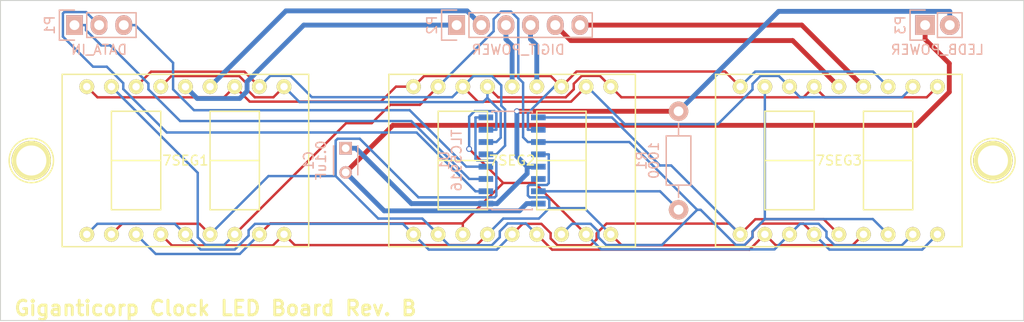
<source format=kicad_pcb>
(kicad_pcb (version 20171130) (host pcbnew "(5.1.12)-1")

  (general
    (thickness 1.6)
    (drawings 5)
    (tracks 316)
    (zones 0)
    (modules 11)
    (nets 22)
  )

  (page A4)
  (layers
    (0 F.Cu signal)
    (31 B.Cu signal)
    (32 B.Adhes user)
    (33 F.Adhes user)
    (34 B.Paste user)
    (35 F.Paste user)
    (36 B.SilkS user)
    (37 F.SilkS user)
    (38 B.Mask user)
    (39 F.Mask user)
    (40 Dwgs.User user)
    (41 Cmts.User user)
    (42 Eco1.User user)
    (43 Eco2.User user)
    (44 Edge.Cuts user)
    (45 Margin user)
    (46 B.CrtYd user)
    (47 F.CrtYd user)
    (48 B.Fab user)
    (49 F.Fab user)
  )

  (setup
    (last_trace_width 0.25)
    (trace_clearance 0.1524)
    (zone_clearance 0.508)
    (zone_45_only no)
    (trace_min 0.1524)
    (via_size 0.6)
    (via_drill 0.4)
    (via_min_size 0.3302)
    (via_min_drill 0.3302)
    (uvia_size 0.3)
    (uvia_drill 0.1)
    (uvias_allowed no)
    (uvia_min_size 0.2)
    (uvia_min_drill 0.1)
    (edge_width 0.1)
    (segment_width 0.2)
    (pcb_text_width 0.3)
    (pcb_text_size 1.5 1.5)
    (mod_edge_width 0.15)
    (mod_text_size 1 1)
    (mod_text_width 0.15)
    (pad_size 4.064 4.064)
    (pad_drill 3.1)
    (pad_to_mask_clearance 0)
    (aux_axis_origin 0 0)
    (visible_elements 7FFFFFFF)
    (pcbplotparams
      (layerselection 0x01030_80000001)
      (usegerberextensions true)
      (usegerberattributes true)
      (usegerberadvancedattributes true)
      (creategerberjobfile true)
      (excludeedgelayer true)
      (linewidth 0.100000)
      (plotframeref false)
      (viasonmask false)
      (mode 1)
      (useauxorigin false)
      (hpglpennumber 1)
      (hpglpenspeed 20)
      (hpglpendiameter 15.000000)
      (psnegative false)
      (psa4output false)
      (plotreference true)
      (plotvalue true)
      (plotinvisibletext false)
      (padsonsilk false)
      (subtractmaskfromsilk false)
      (outputformat 1)
      (mirror false)
      (drillshape 0)
      (scaleselection 1)
      (outputdirectory ""))
  )

  (net 0 "")
  (net 1 SEGE)
  (net 2 SEGD)
  (net 3 SEGC)
  (net 4 SEGDP)
  (net 5 SEGG)
  (net 6 SEGB)
  (net 7 SEGA)
  (net 8 SEGF)
  (net 9 DIG2)
  (net 10 DIG1)
  (net 11 DIG4)
  (net 12 DIG3)
  (net 13 DIG6)
  (net 14 DIG5)
  (net 15 GND)
  (net 16 VDD)
  (net 17 CLK)
  (net 18 SDA)
  (net 19 SDL)
  (net 20 "Net-(R1-Pad2)")
  (net 21 "Net-(U1-Pad14)")

  (net_class Default "This is the default net class."
    (clearance 0.1524)
    (trace_width 0.25)
    (via_dia 0.6)
    (via_drill 0.4)
    (uvia_dia 0.3)
    (uvia_drill 0.1)
    (add_net CLK)
    (add_net "Net-(R1-Pad2)")
    (add_net "Net-(U1-Pad14)")
    (add_net SDA)
    (add_net SDL)
    (add_net SEGA)
    (add_net SEGB)
    (add_net SEGC)
    (add_net SEGD)
    (add_net SEGDP)
    (add_net SEGE)
    (add_net SEGF)
    (add_net SEGG)
  )

  (net_class GND ""
    (clearance 0.1524)
    (trace_width 0.5)
    (via_dia 0.6)
    (via_drill 0.4)
    (uvia_dia 0.3)
    (uvia_drill 0.1)
    (add_net GND)
  )

  (net_class VDD ""
    (clearance 0.1524)
    (trace_width 0.5)
    (via_dia 0.6)
    (via_drill 0.4)
    (uvia_dia 0.3)
    (uvia_drill 0.1)
    (add_net DIG1)
    (add_net DIG2)
    (add_net DIG3)
    (add_net DIG4)
    (add_net DIG5)
    (add_net DIG6)
    (add_net VDD)
  )

  (module Capacitors_ThroughHole:C_Disc_D3_P2.5 (layer B.Cu) (tedit 55DE645D) (tstamp 55C66B3B)
    (at 114.3 106.68 270)
    (descr "Capacitor 3mm Disc, Pitch 2.5mm")
    (tags Capacitor)
    (path /55C67D78)
    (fp_text reference C1 (at 1.27 3.81 270) (layer B.SilkS)
      (effects (font (size 1 1) (thickness 0.15)) (justify mirror))
    )
    (fp_text value 0.1uF (at 1.27 2.54 270) (layer B.SilkS)
      (effects (font (size 1 1) (thickness 0.15)) (justify mirror))
    )
    (fp_line (start 2.75 -1.25) (end -0.25 -1.25) (layer B.SilkS) (width 0.15))
    (fp_line (start -0.25 1.25) (end 2.75 1.25) (layer B.SilkS) (width 0.15))
    (fp_line (start -0.9 -1.5) (end -0.9 1.5) (layer B.CrtYd) (width 0.05))
    (fp_line (start 3.4 -1.5) (end -0.9 -1.5) (layer B.CrtYd) (width 0.05))
    (fp_line (start 3.4 1.5) (end 3.4 -1.5) (layer B.CrtYd) (width 0.05))
    (fp_line (start -0.9 1.5) (end 3.4 1.5) (layer B.CrtYd) (width 0.05))
    (pad 1 thru_hole rect (at 0 0 270) (size 1.3 1.3) (drill 0.8) (layers *.Cu *.Mask B.SilkS)
      (net 15 GND))
    (pad 2 thru_hole circle (at 2.5 0 270) (size 1.3 1.3) (drill 0.8001) (layers *.Cu *.Mask B.SilkS)
      (net 16 VDD))
    (model Capacitors_ThroughHole.3dshapes/C_Disc_D3_P2.5.wrl
      (offset (xyz 1.250000021226883 0 0))
      (scale (xyz 1 1 1))
      (rotate (xyz 0 0 0))
    )
  )

  (module Pin_Headers:Pin_Header_Straight_1x03 (layer B.Cu) (tedit 55C68CA0) (tstamp 55C66B42)
    (at 86.36 93.98 270)
    (descr "Through hole pin header")
    (tags "pin header")
    (path /55C684DF)
    (fp_text reference P1 (at 0 2.54 270) (layer B.SilkS)
      (effects (font (size 1 1) (thickness 0.15)) (justify mirror))
    )
    (fp_text value DATA_IN (at 2.54 -2.54) (layer B.SilkS)
      (effects (font (size 1 1) (thickness 0.15)) (justify mirror))
    )
    (fp_line (start -1.55 1.55) (end 1.55 1.55) (layer B.SilkS) (width 0.15))
    (fp_line (start -1.55 0) (end -1.55 1.55) (layer B.SilkS) (width 0.15))
    (fp_line (start 1.27 -1.27) (end -1.27 -1.27) (layer B.SilkS) (width 0.15))
    (fp_line (start 1.55 1.55) (end 1.55 0) (layer B.SilkS) (width 0.15))
    (fp_line (start 1.27 -6.35) (end 1.27 -1.27) (layer B.SilkS) (width 0.15))
    (fp_line (start -1.27 -6.35) (end 1.27 -6.35) (layer B.SilkS) (width 0.15))
    (fp_line (start -1.27 -1.27) (end -1.27 -6.35) (layer B.SilkS) (width 0.15))
    (fp_line (start -1.75 -6.85) (end 1.75 -6.85) (layer B.CrtYd) (width 0.05))
    (fp_line (start -1.75 1.75) (end 1.75 1.75) (layer B.CrtYd) (width 0.05))
    (fp_line (start 1.75 1.75) (end 1.75 -6.85) (layer B.CrtYd) (width 0.05))
    (fp_line (start -1.75 1.75) (end -1.75 -6.85) (layer B.CrtYd) (width 0.05))
    (pad 1 thru_hole rect (at 0 0 270) (size 2.032 1.7272) (drill 1.016) (layers *.Cu *.Mask B.SilkS)
      (net 17 CLK))
    (pad 2 thru_hole oval (at 0 -2.54 270) (size 2.032 1.7272) (drill 1.016) (layers *.Cu *.Mask B.SilkS)
      (net 18 SDA))
    (pad 3 thru_hole oval (at 0 -5.08 270) (size 2.032 1.7272) (drill 1.016) (layers *.Cu *.Mask B.SilkS)
      (net 19 SDL))
    (model Pin_Headers.3dshapes/Pin_Header_Straight_1x03.wrl
      (offset (xyz 0 -2.539999961853027 0))
      (scale (xyz 1 1 1))
      (rotate (xyz 0 0 90))
    )
  )

  (module Pin_Headers:Pin_Header_Straight_1x06 (layer B.Cu) (tedit 55C68C92) (tstamp 55C66B4C)
    (at 125.73 93.98 270)
    (descr "Through hole pin header")
    (tags "pin header")
    (path /55C6744A)
    (fp_text reference P2 (at 0 2.54 270) (layer B.SilkS)
      (effects (font (size 1 1) (thickness 0.15)) (justify mirror))
    )
    (fp_text value DIGIT_POWER (at 2.54 -6.35) (layer B.SilkS)
      (effects (font (size 1 1) (thickness 0.15)) (justify mirror))
    )
    (fp_line (start -1.55 1.55) (end 1.55 1.55) (layer B.SilkS) (width 0.15))
    (fp_line (start -1.55 0) (end -1.55 1.55) (layer B.SilkS) (width 0.15))
    (fp_line (start 1.27 -1.27) (end -1.27 -1.27) (layer B.SilkS) (width 0.15))
    (fp_line (start 1.55 1.55) (end 1.55 0) (layer B.SilkS) (width 0.15))
    (fp_line (start -1.27 -13.97) (end -1.27 -1.27) (layer B.SilkS) (width 0.15))
    (fp_line (start 1.27 -13.97) (end -1.27 -13.97) (layer B.SilkS) (width 0.15))
    (fp_line (start 1.27 -1.27) (end 1.27 -13.97) (layer B.SilkS) (width 0.15))
    (fp_line (start -1.75 -14.45) (end 1.75 -14.45) (layer B.CrtYd) (width 0.05))
    (fp_line (start -1.75 1.75) (end 1.75 1.75) (layer B.CrtYd) (width 0.05))
    (fp_line (start 1.75 1.75) (end 1.75 -14.45) (layer B.CrtYd) (width 0.05))
    (fp_line (start -1.75 1.75) (end -1.75 -14.45) (layer B.CrtYd) (width 0.05))
    (pad 1 thru_hole rect (at 0 0 270) (size 2.032 1.7272) (drill 1.016) (layers *.Cu *.Mask B.SilkS)
      (net 10 DIG1))
    (pad 2 thru_hole oval (at 0 -2.54 270) (size 2.032 1.7272) (drill 1.016) (layers *.Cu *.Mask B.SilkS)
      (net 9 DIG2))
    (pad 3 thru_hole oval (at 0 -5.08 270) (size 2.032 1.7272) (drill 1.016) (layers *.Cu *.Mask B.SilkS)
      (net 12 DIG3))
    (pad 4 thru_hole oval (at 0 -7.62 270) (size 2.032 1.7272) (drill 1.016) (layers *.Cu *.Mask B.SilkS)
      (net 11 DIG4))
    (pad 5 thru_hole oval (at 0 -10.16 270) (size 2.032 1.7272) (drill 1.016) (layers *.Cu *.Mask B.SilkS)
      (net 14 DIG5))
    (pad 6 thru_hole oval (at 0 -12.7 270) (size 2.032 1.7272) (drill 1.016) (layers *.Cu *.Mask B.SilkS)
      (net 13 DIG6))
    (model Pin_Headers.3dshapes/Pin_Header_Straight_1x06.wrl
      (offset (xyz 0 -6.349999904632568 0))
      (scale (xyz 1 1 1))
      (rotate (xyz 0 0 90))
    )
  )

  (module Pin_Headers:Pin_Header_Straight_1x02 (layer B.Cu) (tedit 55C798D9) (tstamp 55C66B52)
    (at 173.99 93.98 270)
    (descr "Through hole pin header")
    (tags "pin header")
    (path /55C68C10)
    (fp_text reference P3 (at 0 2.54 270) (layer B.SilkS)
      (effects (font (size 1 1) (thickness 0.15)) (justify mirror))
    )
    (fp_text value LEDB_POWER (at 2.54 -1.27) (layer B.SilkS)
      (effects (font (size 1 1) (thickness 0.15)) (justify mirror))
    )
    (fp_line (start -1.27 -3.81) (end 1.27 -3.81) (layer B.SilkS) (width 0.15))
    (fp_line (start -1.27 -1.27) (end -1.27 -3.81) (layer B.SilkS) (width 0.15))
    (fp_line (start -1.55 1.55) (end 1.55 1.55) (layer B.SilkS) (width 0.15))
    (fp_line (start -1.55 0) (end -1.55 1.55) (layer B.SilkS) (width 0.15))
    (fp_line (start 1.27 -1.27) (end -1.27 -1.27) (layer B.SilkS) (width 0.15))
    (fp_line (start -1.75 -4.3) (end 1.75 -4.3) (layer B.CrtYd) (width 0.05))
    (fp_line (start -1.75 1.75) (end 1.75 1.75) (layer B.CrtYd) (width 0.05))
    (fp_line (start 1.75 1.75) (end 1.75 -4.3) (layer B.CrtYd) (width 0.05))
    (fp_line (start -1.75 1.75) (end -1.75 -4.3) (layer B.CrtYd) (width 0.05))
    (fp_line (start 1.55 1.55) (end 1.55 0) (layer B.SilkS) (width 0.15))
    (fp_line (start 1.27 -1.27) (end 1.27 -3.81) (layer B.SilkS) (width 0.15))
    (pad 1 thru_hole rect (at 0 0 270) (size 2.032 2.032) (drill 1.016) (layers *.Cu *.Mask B.SilkS)
      (net 16 VDD))
    (pad 2 thru_hole oval (at 0 -2.54 270) (size 2.032 2.032) (drill 1.016) (layers *.Cu *.Mask B.SilkS)
      (net 15 GND))
    (model Pin_Headers.3dshapes/Pin_Header_Straight_1x02.wrl
      (offset (xyz 0 -1.269999980926514 0))
      (scale (xyz 1 1 1))
      (rotate (xyz 0 0 90))
    )
  )

  (module Connect:1pin (layer F.Cu) (tedit 55DE6AB5) (tstamp 55C797BB)
    (at 180.975 107.95)
    (descr "module 1 pin (ou trou mecanique de percage)")
    (tags DEV)
    (fp_text reference REF2 (at 0 -3.048) (layer F.SilkS) hide
      (effects (font (size 1 1) (thickness 0.15)))
    )
    (fp_text value 1pin (at 0 2.794) (layer F.Fab) hide
      (effects (font (size 1 1) (thickness 0.15)))
    )
    (fp_circle (center 0 0) (end 0 -2.286) (layer F.SilkS) (width 0.15))
    (pad 1 thru_hole circle (at 0 0) (size 4.064 4.064) (drill 3.1) (layers *.Cu *.Mask F.SilkS))
  )

  (module Connect:1pin (layer F.Cu) (tedit 55DE6AA1) (tstamp 55C797C2)
    (at 81.915 107.95)
    (descr "module 1 pin (ou trou mecanique de percage)")
    (tags DEV)
    (fp_text reference REF1 (at 0 -3.048) (layer F.SilkS) hide
      (effects (font (size 1 1) (thickness 0.15)))
    )
    (fp_text value 1pin (at 0 2.794) (layer F.Fab) hide
      (effects (font (size 1 1) (thickness 0.15)))
    )
    (fp_circle (center 0 0) (end 0 -2.286) (layer F.SilkS) (width 0.15))
    (pad 1 thru_hole circle (at 0 0) (size 4.064 4.064) (drill 3.1) (layers *.Cu *.Mask F.SilkS))
  )

  (module Resistors_ThroughHole:Resistor_Horizontal_RM10mm (layer B.Cu) (tedit 55DE6998) (tstamp 55DE6692)
    (at 148.59 107.95 270)
    (descr "Resistor, Axial,  RM 10mm, 1/3W,")
    (tags "Resistor, Axial, RM 10mm, 1/3W,")
    (path /55C68103)
    (fp_text reference R1 (at 0 3.81 270) (layer B.SilkS)
      (effects (font (size 1 1) (thickness 0.15)) (justify mirror))
    )
    (fp_text value 1000 (at 0 2.54 270) (layer B.SilkS)
      (effects (font (size 1 1) (thickness 0.15)) (justify mirror))
    )
    (fp_line (start 2.54 0) (end 3.81 0) (layer B.SilkS) (width 0.15))
    (fp_line (start -2.54 0) (end -3.81 0) (layer B.SilkS) (width 0.15))
    (fp_line (start -2.54 -1.27) (end -2.54 1.27) (layer B.SilkS) (width 0.15))
    (fp_line (start 2.54 -1.27) (end -2.54 -1.27) (layer B.SilkS) (width 0.15))
    (fp_line (start 2.54 1.27) (end 2.54 -1.27) (layer B.SilkS) (width 0.15))
    (fp_line (start -2.54 1.27) (end 2.54 1.27) (layer B.SilkS) (width 0.15))
    (pad 1 thru_hole circle (at -5.08 0 270) (size 1.99898 1.99898) (drill 1.00076) (layers *.Cu *.SilkS *.Mask)
      (net 15 GND))
    (pad 2 thru_hole circle (at 5.08 0 270) (size 1.99898 1.99898) (drill 1.00076) (layers *.Cu *.SilkS *.Mask)
      (net 20 "Net-(R1-Pad2)"))
    (model Resistors_ThroughHole.3dshapes/Resistor_Horizontal_RM10mm.wrl
      (at (xyz 0 0 0))
      (scale (xyz 0.4 0.4 0.4))
      (rotate (xyz 0 0 0))
    )
  )

  (module Displays_7-Segment:LTD-5621AG (layer F.Cu) (tedit 55DE69D1) (tstamp 55DE68B0)
    (at 97.79 107.95)
    (path /55C66107)
    (fp_text reference 7SEG1 (at 0 0) (layer F.SilkS)
      (effects (font (size 1 1) (thickness 0.15)))
    )
    (fp_text value LTD-5621AG (at 0 -2.54) (layer F.Fab) hide
      (effects (font (size 1 1) (thickness 0.15)))
    )
    (fp_line (start -2.54 -5.08) (end -7.62 -5.08) (layer F.SilkS) (width 0.15))
    (fp_line (start -2.54 5.08) (end -2.54 -5.08) (layer F.SilkS) (width 0.15))
    (fp_line (start -7.62 5.08) (end -2.54 5.08) (layer F.SilkS) (width 0.15))
    (fp_line (start -7.62 -5.08) (end -7.62 5.08) (layer F.SilkS) (width 0.15))
    (fp_line (start 7.62 -5.08) (end 2.54 -5.08) (layer F.SilkS) (width 0.15))
    (fp_line (start 7.62 5.08) (end 7.62 -5.08) (layer F.SilkS) (width 0.15))
    (fp_line (start 2.54 5.08) (end 7.62 5.08) (layer F.SilkS) (width 0.15))
    (fp_line (start 2.54 -5.08) (end 2.54 5.08) (layer F.SilkS) (width 0.15))
    (fp_line (start 12.7 -8.89) (end -12.7 -8.89) (layer F.SilkS) (width 0.15))
    (fp_line (start -12.7 8.89) (end 12.7 8.89) (layer F.SilkS) (width 0.15))
    (fp_line (start 2.54 0) (end 7.62 0) (layer F.SilkS) (width 0.15))
    (fp_line (start -2.54 0) (end -7.62 0) (layer F.SilkS) (width 0.15))
    (fp_line (start 12.7 -8.89) (end 12.7 8.89) (layer F.SilkS) (width 0.15))
    (fp_line (start -12.7 -8.89) (end -12.7 8.89) (layer F.SilkS) (width 0.15))
    (pad 1 thru_hole circle (at -10.16 7.62) (size 1.524 1.524) (drill 0.762) (layers *.Cu *.Mask F.SilkS)
      (net 1 SEGE))
    (pad 2 thru_hole circle (at -7.62 7.62) (size 1.524 1.524) (drill 0.762) (layers *.Cu *.Mask F.SilkS)
      (net 2 SEGD))
    (pad 3 thru_hole circle (at -5.08 7.62) (size 1.524 1.524) (drill 0.762) (layers *.Cu *.Mask F.SilkS)
      (net 3 SEGC))
    (pad 4 thru_hole circle (at -2.54 7.62) (size 1.524 1.524) (drill 0.762) (layers *.Cu *.Mask F.SilkS)
      (net 4 SEGDP))
    (pad 5 thru_hole circle (at 0 7.62) (size 1.524 1.524) (drill 0.762) (layers *.Cu *.Mask F.SilkS)
      (net 1 SEGE))
    (pad 6 thru_hole circle (at 2.54 7.62) (size 1.524 1.524) (drill 0.762) (layers *.Cu *.Mask F.SilkS)
      (net 2 SEGD))
    (pad 7 thru_hole circle (at 5.08 7.62) (size 1.524 1.524) (drill 0.762) (layers *.Cu *.Mask F.SilkS)
      (net 5 SEGG))
    (pad 8 thru_hole circle (at 7.62 7.62) (size 1.524 1.524) (drill 0.762) (layers *.Cu *.Mask F.SilkS)
      (net 3 SEGC))
    (pad 9 thru_hole circle (at 10.16 7.62) (size 1.524 1.524) (drill 0.762) (layers *.Cu *.Mask F.SilkS)
      (net 4 SEGDP))
    (pad 10 thru_hole circle (at 10.16 -7.62) (size 1.524 1.524) (drill 0.762) (layers *.Cu *.Mask F.SilkS)
      (net 6 SEGB))
    (pad 11 thru_hole circle (at 7.62 -7.62) (size 1.524 1.524) (drill 0.762) (layers *.Cu *.Mask F.SilkS)
      (net 7 SEGA))
    (pad 12 thru_hole circle (at 5.08 -7.62) (size 1.524 1.524) (drill 0.762) (layers *.Cu *.Mask F.SilkS)
      (net 8 SEGF))
    (pad 13 thru_hole circle (at 2.54 -7.62) (size 1.524 1.524) (drill 0.762) (layers *.Cu *.Mask F.SilkS)
      (net 9 DIG2))
    (pad 14 thru_hole circle (at 0 -7.62) (size 1.524 1.524) (drill 0.762) (layers *.Cu *.Mask F.SilkS)
      (net 10 DIG1))
    (pad 15 thru_hole circle (at -2.54 -7.62) (size 1.524 1.524) (drill 0.762) (layers *.Cu *.Mask F.SilkS)
      (net 6 SEGB))
    (pad 16 thru_hole circle (at -5.08 -7.62) (size 1.524 1.524) (drill 0.762) (layers *.Cu *.Mask F.SilkS)
      (net 7 SEGA))
    (pad 17 thru_hole circle (at -7.62 -7.62) (size 1.524 1.524) (drill 0.762) (layers *.Cu *.Mask F.SilkS)
      (net 5 SEGG))
    (pad 18 thru_hole circle (at -10.16 -7.62) (size 1.524 1.524) (drill 0.762) (layers *.Cu *.Mask F.SilkS)
      (net 8 SEGF))
  )

  (module Displays_7-Segment:LTD-5621AG (layer F.Cu) (tedit 55DE69D5) (tstamp 55DE68C8)
    (at 131.445 107.95)
    (path /55C672C9)
    (fp_text reference 7SEG2 (at 0 0) (layer F.SilkS)
      (effects (font (size 1 1) (thickness 0.15)))
    )
    (fp_text value LTD-5621AG (at 0 -2.54) (layer F.Fab) hide
      (effects (font (size 1 1) (thickness 0.15)))
    )
    (fp_line (start -2.54 -5.08) (end -7.62 -5.08) (layer F.SilkS) (width 0.15))
    (fp_line (start -2.54 5.08) (end -2.54 -5.08) (layer F.SilkS) (width 0.15))
    (fp_line (start -7.62 5.08) (end -2.54 5.08) (layer F.SilkS) (width 0.15))
    (fp_line (start -7.62 -5.08) (end -7.62 5.08) (layer F.SilkS) (width 0.15))
    (fp_line (start 7.62 -5.08) (end 2.54 -5.08) (layer F.SilkS) (width 0.15))
    (fp_line (start 7.62 5.08) (end 7.62 -5.08) (layer F.SilkS) (width 0.15))
    (fp_line (start 2.54 5.08) (end 7.62 5.08) (layer F.SilkS) (width 0.15))
    (fp_line (start 2.54 -5.08) (end 2.54 5.08) (layer F.SilkS) (width 0.15))
    (fp_line (start 12.7 -8.89) (end -12.7 -8.89) (layer F.SilkS) (width 0.15))
    (fp_line (start -12.7 8.89) (end 12.7 8.89) (layer F.SilkS) (width 0.15))
    (fp_line (start 2.54 0) (end 7.62 0) (layer F.SilkS) (width 0.15))
    (fp_line (start -2.54 0) (end -7.62 0) (layer F.SilkS) (width 0.15))
    (fp_line (start 12.7 -8.89) (end 12.7 8.89) (layer F.SilkS) (width 0.15))
    (fp_line (start -12.7 -8.89) (end -12.7 8.89) (layer F.SilkS) (width 0.15))
    (pad 1 thru_hole circle (at -10.16 7.62) (size 1.524 1.524) (drill 0.762) (layers *.Cu *.Mask F.SilkS)
      (net 1 SEGE))
    (pad 2 thru_hole circle (at -7.62 7.62) (size 1.524 1.524) (drill 0.762) (layers *.Cu *.Mask F.SilkS)
      (net 2 SEGD))
    (pad 3 thru_hole circle (at -5.08 7.62) (size 1.524 1.524) (drill 0.762) (layers *.Cu *.Mask F.SilkS)
      (net 3 SEGC))
    (pad 4 thru_hole circle (at -2.54 7.62) (size 1.524 1.524) (drill 0.762) (layers *.Cu *.Mask F.SilkS)
      (net 4 SEGDP))
    (pad 5 thru_hole circle (at 0 7.62) (size 1.524 1.524) (drill 0.762) (layers *.Cu *.Mask F.SilkS)
      (net 1 SEGE))
    (pad 6 thru_hole circle (at 2.54 7.62) (size 1.524 1.524) (drill 0.762) (layers *.Cu *.Mask F.SilkS)
      (net 2 SEGD))
    (pad 7 thru_hole circle (at 5.08 7.62) (size 1.524 1.524) (drill 0.762) (layers *.Cu *.Mask F.SilkS)
      (net 5 SEGG))
    (pad 8 thru_hole circle (at 7.62 7.62) (size 1.524 1.524) (drill 0.762) (layers *.Cu *.Mask F.SilkS)
      (net 3 SEGC))
    (pad 9 thru_hole circle (at 10.16 7.62) (size 1.524 1.524) (drill 0.762) (layers *.Cu *.Mask F.SilkS)
      (net 4 SEGDP))
    (pad 10 thru_hole circle (at 10.16 -7.62) (size 1.524 1.524) (drill 0.762) (layers *.Cu *.Mask F.SilkS)
      (net 6 SEGB))
    (pad 11 thru_hole circle (at 7.62 -7.62) (size 1.524 1.524) (drill 0.762) (layers *.Cu *.Mask F.SilkS)
      (net 7 SEGA))
    (pad 12 thru_hole circle (at 5.08 -7.62) (size 1.524 1.524) (drill 0.762) (layers *.Cu *.Mask F.SilkS)
      (net 8 SEGF))
    (pad 13 thru_hole circle (at 2.54 -7.62) (size 1.524 1.524) (drill 0.762) (layers *.Cu *.Mask F.SilkS)
      (net 11 DIG4))
    (pad 14 thru_hole circle (at 0 -7.62) (size 1.524 1.524) (drill 0.762) (layers *.Cu *.Mask F.SilkS)
      (net 12 DIG3))
    (pad 15 thru_hole circle (at -2.54 -7.62) (size 1.524 1.524) (drill 0.762) (layers *.Cu *.Mask F.SilkS)
      (net 6 SEGB))
    (pad 16 thru_hole circle (at -5.08 -7.62) (size 1.524 1.524) (drill 0.762) (layers *.Cu *.Mask F.SilkS)
      (net 7 SEGA))
    (pad 17 thru_hole circle (at -7.62 -7.62) (size 1.524 1.524) (drill 0.762) (layers *.Cu *.Mask F.SilkS)
      (net 5 SEGG))
    (pad 18 thru_hole circle (at -10.16 -7.62) (size 1.524 1.524) (drill 0.762) (layers *.Cu *.Mask F.SilkS)
      (net 8 SEGF))
  )

  (module Displays_7-Segment:LTD-5621AG (layer F.Cu) (tedit 55DE69DD) (tstamp 55DE68E0)
    (at 165.1 107.95)
    (path /55C67315)
    (fp_text reference 7SEG3 (at 0 0) (layer F.SilkS)
      (effects (font (size 1 1) (thickness 0.15)))
    )
    (fp_text value LTD-5621AG (at 0 -2.54) (layer F.Fab) hide
      (effects (font (size 1 1) (thickness 0.15)))
    )
    (fp_line (start -2.54 -5.08) (end -7.62 -5.08) (layer F.SilkS) (width 0.15))
    (fp_line (start -2.54 5.08) (end -2.54 -5.08) (layer F.SilkS) (width 0.15))
    (fp_line (start -7.62 5.08) (end -2.54 5.08) (layer F.SilkS) (width 0.15))
    (fp_line (start -7.62 -5.08) (end -7.62 5.08) (layer F.SilkS) (width 0.15))
    (fp_line (start 7.62 -5.08) (end 2.54 -5.08) (layer F.SilkS) (width 0.15))
    (fp_line (start 7.62 5.08) (end 7.62 -5.08) (layer F.SilkS) (width 0.15))
    (fp_line (start 2.54 5.08) (end 7.62 5.08) (layer F.SilkS) (width 0.15))
    (fp_line (start 2.54 -5.08) (end 2.54 5.08) (layer F.SilkS) (width 0.15))
    (fp_line (start 12.7 -8.89) (end -12.7 -8.89) (layer F.SilkS) (width 0.15))
    (fp_line (start -12.7 8.89) (end 12.7 8.89) (layer F.SilkS) (width 0.15))
    (fp_line (start 2.54 0) (end 7.62 0) (layer F.SilkS) (width 0.15))
    (fp_line (start -2.54 0) (end -7.62 0) (layer F.SilkS) (width 0.15))
    (fp_line (start 12.7 -8.89) (end 12.7 8.89) (layer F.SilkS) (width 0.15))
    (fp_line (start -12.7 -8.89) (end -12.7 8.89) (layer F.SilkS) (width 0.15))
    (pad 1 thru_hole circle (at -10.16 7.62) (size 1.524 1.524) (drill 0.762) (layers *.Cu *.Mask F.SilkS)
      (net 1 SEGE))
    (pad 2 thru_hole circle (at -7.62 7.62) (size 1.524 1.524) (drill 0.762) (layers *.Cu *.Mask F.SilkS)
      (net 2 SEGD))
    (pad 3 thru_hole circle (at -5.08 7.62) (size 1.524 1.524) (drill 0.762) (layers *.Cu *.Mask F.SilkS)
      (net 3 SEGC))
    (pad 4 thru_hole circle (at -2.54 7.62) (size 1.524 1.524) (drill 0.762) (layers *.Cu *.Mask F.SilkS)
      (net 4 SEGDP))
    (pad 5 thru_hole circle (at 0 7.62) (size 1.524 1.524) (drill 0.762) (layers *.Cu *.Mask F.SilkS)
      (net 1 SEGE))
    (pad 6 thru_hole circle (at 2.54 7.62) (size 1.524 1.524) (drill 0.762) (layers *.Cu *.Mask F.SilkS)
      (net 2 SEGD))
    (pad 7 thru_hole circle (at 5.08 7.62) (size 1.524 1.524) (drill 0.762) (layers *.Cu *.Mask F.SilkS)
      (net 5 SEGG))
    (pad 8 thru_hole circle (at 7.62 7.62) (size 1.524 1.524) (drill 0.762) (layers *.Cu *.Mask F.SilkS)
      (net 3 SEGC))
    (pad 9 thru_hole circle (at 10.16 7.62) (size 1.524 1.524) (drill 0.762) (layers *.Cu *.Mask F.SilkS)
      (net 4 SEGDP))
    (pad 10 thru_hole circle (at 10.16 -7.62) (size 1.524 1.524) (drill 0.762) (layers *.Cu *.Mask F.SilkS)
      (net 6 SEGB))
    (pad 11 thru_hole circle (at 7.62 -7.62) (size 1.524 1.524) (drill 0.762) (layers *.Cu *.Mask F.SilkS)
      (net 7 SEGA))
    (pad 12 thru_hole circle (at 5.08 -7.62) (size 1.524 1.524) (drill 0.762) (layers *.Cu *.Mask F.SilkS)
      (net 8 SEGF))
    (pad 13 thru_hole circle (at 2.54 -7.62) (size 1.524 1.524) (drill 0.762) (layers *.Cu *.Mask F.SilkS)
      (net 13 DIG6))
    (pad 14 thru_hole circle (at 0 -7.62) (size 1.524 1.524) (drill 0.762) (layers *.Cu *.Mask F.SilkS)
      (net 14 DIG5))
    (pad 15 thru_hole circle (at -2.54 -7.62) (size 1.524 1.524) (drill 0.762) (layers *.Cu *.Mask F.SilkS)
      (net 6 SEGB))
    (pad 16 thru_hole circle (at -5.08 -7.62) (size 1.524 1.524) (drill 0.762) (layers *.Cu *.Mask F.SilkS)
      (net 7 SEGA))
    (pad 17 thru_hole circle (at -7.62 -7.62) (size 1.524 1.524) (drill 0.762) (layers *.Cu *.Mask F.SilkS)
      (net 5 SEGG))
    (pad 18 thru_hole circle (at -10.16 -7.62) (size 1.524 1.524) (drill 0.762) (layers *.Cu *.Mask F.SilkS)
      (net 8 SEGF))
  )

  (module Housings_SOIC:SOIC-16_3.9x9.9mm_Pitch1.27mm (layer B.Cu) (tedit 55DEF8E7) (tstamp 55DEF8EE)
    (at 131.445 107.95)
    (descr "16-Lead Plastic Small Outline (SL) - Narrow, 3.90 mm Body [SOIC] (see Microchip Packaging Specification 00000049BS.pdf)")
    (tags "SOIC 1.27")
    (path /55C65C8C)
    (attr smd)
    (fp_text reference U1 (at -6.985 0 90) (layer B.SilkS)
      (effects (font (size 1 1) (thickness 0.15)) (justify mirror))
    )
    (fp_text value TLC5916 (at -5.715 0 90) (layer B.SilkS)
      (effects (font (size 1 1) (thickness 0.15)) (justify mirror))
    )
    (fp_line (start -2.075 4.97) (end -3.45 4.97) (layer B.SilkS) (width 0.15))
    (fp_line (start -2.075 -5.075) (end 2.075 -5.075) (layer B.SilkS) (width 0.15))
    (fp_line (start -2.075 5.075) (end 2.075 5.075) (layer B.SilkS) (width 0.15))
    (fp_line (start -2.075 -5.075) (end -2.075 -4.97) (layer B.SilkS) (width 0.15))
    (fp_line (start 2.075 -5.075) (end 2.075 -4.97) (layer B.SilkS) (width 0.15))
    (fp_line (start 2.075 5.075) (end 2.075 4.97) (layer B.SilkS) (width 0.15))
    (fp_line (start -2.075 5.075) (end -2.075 4.97) (layer B.SilkS) (width 0.15))
    (fp_line (start -3.7 -5.25) (end 3.7 -5.25) (layer B.CrtYd) (width 0.05))
    (fp_line (start -3.7 5.25) (end 3.7 5.25) (layer B.CrtYd) (width 0.05))
    (fp_line (start 3.7 5.25) (end 3.7 -5.25) (layer B.CrtYd) (width 0.05))
    (fp_line (start -3.7 5.25) (end -3.7 -5.25) (layer B.CrtYd) (width 0.05))
    (pad 1 smd rect (at -2.7 4.445) (size 1.5 0.6) (layers B.Cu B.Paste B.Mask)
      (net 15 GND))
    (pad 2 smd rect (at -2.7 3.175) (size 1.5 0.6) (layers B.Cu B.Paste B.Mask)
      (net 18 SDA))
    (pad 3 smd rect (at -2.7 1.905) (size 1.5 0.6) (layers B.Cu B.Paste B.Mask)
      (net 17 CLK))
    (pad 4 smd rect (at -2.7 0.635) (size 1.5 0.6) (layers B.Cu B.Paste B.Mask)
      (net 19 SDL))
    (pad 5 smd rect (at -2.7 -0.635) (size 1.5 0.6) (layers B.Cu B.Paste B.Mask)
      (net 7 SEGA))
    (pad 6 smd rect (at -2.7 -1.905) (size 1.5 0.6) (layers B.Cu B.Paste B.Mask)
      (net 6 SEGB))
    (pad 7 smd rect (at -2.7 -3.175) (size 1.5 0.6) (layers B.Cu B.Paste B.Mask)
      (net 3 SEGC))
    (pad 8 smd rect (at -2.7 -4.445) (size 1.5 0.6) (layers B.Cu B.Paste B.Mask)
      (net 2 SEGD))
    (pad 9 smd rect (at 2.7 -4.445) (size 1.5 0.6) (layers B.Cu B.Paste B.Mask)
      (net 1 SEGE))
    (pad 10 smd rect (at 2.7 -3.175) (size 1.5 0.6) (layers B.Cu B.Paste B.Mask)
      (net 8 SEGF))
    (pad 11 smd rect (at 2.7 -1.905) (size 1.5 0.6) (layers B.Cu B.Paste B.Mask)
      (net 5 SEGG))
    (pad 12 smd rect (at 2.7 -0.635) (size 1.5 0.6) (layers B.Cu B.Paste B.Mask)
      (net 4 SEGDP))
    (pad 13 smd rect (at 2.7 0.635) (size 1.5 0.6) (layers B.Cu B.Paste B.Mask)
      (net 15 GND))
    (pad 14 smd rect (at 2.7 1.905) (size 1.5 0.6) (layers B.Cu B.Paste B.Mask)
      (net 21 "Net-(U1-Pad14)"))
    (pad 15 smd rect (at 2.7 3.175) (size 1.5 0.6) (layers B.Cu B.Paste B.Mask)
      (net 20 "Net-(R1-Pad2)"))
    (pad 16 smd rect (at 2.7 4.445) (size 1.5 0.6) (layers B.Cu B.Paste B.Mask)
      (net 16 VDD))
    (model Housings_SOIC.3dshapes/SOIC-16_3.9x9.9mm_Pitch1.27mm.wrl
      (at (xyz 0 0 0))
      (scale (xyz 1 1 1))
      (rotate (xyz 0 0 0))
    )
  )

  (gr_text "Giganticorp Clock LED Board Rev. B" (at 80.01 123.19) (layer F.SilkS)
    (effects (font (size 1.5 1.5) (thickness 0.3)) (justify left))
  )
  (gr_line (start 184.15 124.46) (end 78.74 124.46) (angle 90) (layer Edge.Cuts) (width 0.1))
  (gr_line (start 184.15 91.44) (end 184.15 124.46) (angle 90) (layer Edge.Cuts) (width 0.1))
  (gr_line (start 78.74 91.44) (end 184.15 91.44) (angle 90) (layer Edge.Cuts) (width 0.1))
  (gr_line (start 78.74 124.46) (end 78.74 91.44) (angle 90) (layer Edge.Cuts) (width 0.1))

  (segment (start 121.285 115.57) (end 120.198 114.483) (width 0.25) (layer B.Cu) (net 1))
  (segment (start 120.198 114.483) (end 104.96 114.483) (width 0.25) (layer B.Cu) (net 1))
  (segment (start 104.96 114.483) (end 104.299 115.143) (width 0.25) (layer B.Cu) (net 1))
  (segment (start 104.299 115.143) (end 104.299 115.706) (width 0.25) (layer B.Cu) (net 1))
  (segment (start 104.299 115.706) (end 102.872 117.134) (width 0.25) (layer B.Cu) (net 1))
  (segment (start 102.872 117.134) (end 99.3535 117.134) (width 0.25) (layer B.Cu) (net 1))
  (segment (start 99.3535 117.134) (end 97.79 115.57) (width 0.25) (layer B.Cu) (net 1))
  (segment (start 134.145 103.505) (end 141.722 103.505) (width 0.25) (layer B.Cu) (net 1))
  (segment (start 141.722 103.505) (end 146.677 108.46) (width 0.25) (layer B.Cu) (net 1))
  (segment (start 146.677 108.46) (end 147.83 108.46) (width 0.25) (layer B.Cu) (net 1))
  (segment (start 147.83 108.46) (end 154.94 115.57) (width 0.25) (layer B.Cu) (net 1))
  (segment (start 121.285 115.57) (end 122.858 117.143) (width 0.25) (layer B.Cu) (net 1))
  (segment (start 122.858 117.143) (end 129.872 117.143) (width 0.25) (layer B.Cu) (net 1))
  (segment (start 129.872 117.143) (end 131.445 115.57) (width 0.25) (layer B.Cu) (net 1))
  (segment (start 87.63 115.57) (end 88.723 114.477) (width 0.25) (layer B.Cu) (net 1))
  (segment (start 88.723 114.477) (end 96.697 114.477) (width 0.25) (layer B.Cu) (net 1))
  (segment (start 96.697 114.477) (end 97.79 115.57) (width 0.25) (layer B.Cu) (net 1))
  (segment (start 154.94 115.57) (end 153.831 114.461) (width 0.25) (layer F.Cu) (net 1))
  (segment (start 153.831 114.461) (end 141.166 114.461) (width 0.25) (layer F.Cu) (net 1))
  (segment (start 141.166 114.461) (end 140.152 115.475) (width 0.25) (layer F.Cu) (net 1))
  (segment (start 140.152 115.475) (end 140.152 116.083) (width 0.25) (layer F.Cu) (net 1))
  (segment (start 140.152 116.083) (end 139.54 116.696) (width 0.25) (layer F.Cu) (net 1))
  (segment (start 139.54 116.696) (end 136.113 116.696) (width 0.25) (layer F.Cu) (net 1))
  (segment (start 136.113 116.696) (end 135.414 115.997) (width 0.25) (layer F.Cu) (net 1))
  (segment (start 135.414 115.997) (end 135.414 115.44) (width 0.25) (layer F.Cu) (net 1))
  (segment (start 135.414 115.44) (end 134.457 114.483) (width 0.25) (layer F.Cu) (net 1))
  (segment (start 134.457 114.483) (end 132.532 114.483) (width 0.25) (layer F.Cu) (net 1))
  (segment (start 132.532 114.483) (end 131.445 115.57) (width 0.25) (layer F.Cu) (net 1))
  (segment (start 165.1 115.57) (end 163.541 114.011) (width 0.25) (layer F.Cu) (net 1))
  (segment (start 163.541 114.011) (end 156.499 114.011) (width 0.25) (layer F.Cu) (net 1))
  (segment (start 156.499 114.011) (end 154.94 115.57) (width 0.25) (layer F.Cu) (net 1))
  (segment (start 133.985 115.57) (end 135.562 117.148) (width 0.25) (layer F.Cu) (net 2))
  (segment (start 135.562 117.148) (end 155.902 117.148) (width 0.25) (layer F.Cu) (net 2))
  (segment (start 155.902 117.148) (end 157.48 115.57) (width 0.25) (layer F.Cu) (net 2))
  (segment (start 167.64 115.57) (end 166.52 116.69) (width 0.25) (layer F.Cu) (net 2))
  (segment (start 166.52 116.69) (end 158.6 116.69) (width 0.25) (layer F.Cu) (net 2))
  (segment (start 158.6 116.69) (end 157.48 115.57) (width 0.25) (layer F.Cu) (net 2))
  (segment (start 123.825 115.57) (end 124.948 116.693) (width 0.25) (layer B.Cu) (net 2))
  (segment (start 124.948 116.693) (end 129.352 116.693) (width 0.25) (layer B.Cu) (net 2))
  (segment (start 129.352 116.693) (end 130.175 115.87) (width 0.25) (layer B.Cu) (net 2))
  (segment (start 130.175 115.87) (end 130.175 115.259) (width 0.25) (layer B.Cu) (net 2))
  (segment (start 130.175 115.259) (end 130.987 114.447) (width 0.25) (layer B.Cu) (net 2))
  (segment (start 130.987 114.447) (end 132.862 114.447) (width 0.25) (layer B.Cu) (net 2))
  (segment (start 132.862 114.447) (end 133.985 115.57) (width 0.25) (layer B.Cu) (net 2))
  (segment (start 113.269 109.558) (end 117.654 113.942) (width 0.25) (layer B.Cu) (net 2))
  (segment (start 117.654 113.942) (end 122.197 113.942) (width 0.25) (layer B.Cu) (net 2))
  (segment (start 122.197 113.942) (end 123.825 115.57) (width 0.25) (layer B.Cu) (net 2))
  (segment (start 100.33 115.57) (end 99.2369 114.477) (width 0.25) (layer F.Cu) (net 2))
  (segment (start 99.2369 114.477) (end 91.2631 114.477) (width 0.25) (layer F.Cu) (net 2))
  (segment (start 91.2631 114.477) (end 90.17 115.57) (width 0.25) (layer F.Cu) (net 2))
  (segment (start 113.269 109.558) (end 113.269 105.898) (width 0.25) (layer B.Cu) (net 2))
  (segment (start 113.269 105.898) (end 113.462 105.705) (width 0.25) (layer B.Cu) (net 2))
  (segment (start 113.462 105.705) (end 115.748 105.705) (width 0.25) (layer B.Cu) (net 2))
  (segment (start 115.748 105.705) (end 121.794 111.75) (width 0.25) (layer B.Cu) (net 2))
  (segment (start 121.794 111.75) (end 129.66 111.75) (width 0.25) (layer B.Cu) (net 2))
  (segment (start 129.66 111.75) (end 129.82 111.59) (width 0.25) (layer B.Cu) (net 2))
  (segment (start 129.82 111.59) (end 129.82 108.15) (width 0.25) (layer B.Cu) (net 2))
  (segment (start 129.82 108.15) (end 129.63 107.96) (width 0.25) (layer B.Cu) (net 2))
  (segment (start 129.63 107.96) (end 127.834 107.96) (width 0.25) (layer B.Cu) (net 2))
  (segment (start 127.834 107.96) (end 127.67 107.795) (width 0.25) (layer B.Cu) (net 2))
  (segment (start 127.67 107.795) (end 127.67 103.505) (width 0.25) (layer B.Cu) (net 2))
  (segment (start 127.67 103.505) (end 128.745 103.505) (width 0.25) (layer B.Cu) (net 2))
  (segment (start 113.269 109.558) (end 106.342 109.558) (width 0.25) (layer B.Cu) (net 2))
  (segment (start 106.342 109.558) (end 100.33 115.57) (width 0.25) (layer B.Cu) (net 2))
  (segment (start 126.365 114.44) (end 126.365 115.57) (width 0.25) (layer F.Cu) (net 3))
  (segment (start 130.527 110.267) (end 126.365 114.428) (width 0.25) (layer F.Cu) (net 3))
  (segment (start 126.365 114.428) (end 126.365 114.44) (width 0.25) (layer F.Cu) (net 3))
  (segment (start 126.365 114.44) (end 106.54 114.44) (width 0.25) (layer F.Cu) (net 3))
  (segment (start 106.54 114.44) (end 105.41 115.57) (width 0.25) (layer F.Cu) (net 3))
  (segment (start 130.527 110.267) (end 133.762 110.267) (width 0.25) (layer F.Cu) (net 3))
  (segment (start 133.762 110.267) (end 139.065 115.57) (width 0.25) (layer F.Cu) (net 3))
  (segment (start 127.019 106.759) (end 130.527 110.267) (width 0.25) (layer F.Cu) (net 3))
  (segment (start 105.41 115.57) (end 103.386 117.594) (width 0.25) (layer B.Cu) (net 3))
  (segment (start 103.386 117.594) (end 94.7335 117.594) (width 0.25) (layer B.Cu) (net 3))
  (segment (start 94.7335 117.594) (end 92.71 115.57) (width 0.25) (layer B.Cu) (net 3))
  (segment (start 128.745 104.775) (end 129.82 104.775) (width 0.25) (layer B.Cu) (net 3))
  (segment (start 129.82 104.775) (end 129.82 103.06) (width 0.25) (layer B.Cu) (net 3))
  (segment (start 129.82 103.06) (end 129.613 102.853) (width 0.25) (layer B.Cu) (net 3))
  (segment (start 129.613 102.853) (end 127.584 102.853) (width 0.25) (layer B.Cu) (net 3))
  (segment (start 127.584 102.853) (end 127.019 103.417) (width 0.25) (layer B.Cu) (net 3))
  (segment (start 127.019 103.417) (end 127.019 106.759) (width 0.25) (layer B.Cu) (net 3))
  (segment (start 139.065 115.57) (end 140.616 117.121) (width 0.25) (layer B.Cu) (net 3))
  (segment (start 140.616 117.121) (end 158.469 117.121) (width 0.25) (layer B.Cu) (net 3))
  (segment (start 158.469 117.121) (end 160.02 115.57) (width 0.25) (layer B.Cu) (net 3))
  (segment (start 172.72 115.57) (end 171.597 116.693) (width 0.25) (layer B.Cu) (net 3))
  (segment (start 171.597 116.693) (end 164.662 116.693) (width 0.25) (layer B.Cu) (net 3))
  (segment (start 164.662 116.693) (end 163.83 115.861) (width 0.25) (layer B.Cu) (net 3))
  (segment (start 163.83 115.861) (end 163.83 115.291) (width 0.25) (layer B.Cu) (net 3))
  (segment (start 163.83 115.291) (end 163.015 114.476) (width 0.25) (layer B.Cu) (net 3))
  (segment (start 163.015 114.476) (end 161.114 114.476) (width 0.25) (layer B.Cu) (net 3))
  (segment (start 161.114 114.476) (end 160.02 115.57) (width 0.25) (layer B.Cu) (net 3))
  (via (at 127.019 106.759) (size 0.6) (layers F.Cu B.Cu) (net 3))
  (segment (start 107.95 115.57) (end 106.803 116.717) (width 0.25) (layer F.Cu) (net 4))
  (segment (start 106.803 116.717) (end 96.3974 116.717) (width 0.25) (layer F.Cu) (net 4))
  (segment (start 96.3974 116.717) (end 95.25 115.57) (width 0.25) (layer F.Cu) (net 4))
  (segment (start 128.905 115.57) (end 127.795 116.68) (width 0.25) (layer F.Cu) (net 4))
  (segment (start 127.795 116.68) (end 109.06 116.68) (width 0.25) (layer F.Cu) (net 4))
  (segment (start 109.06 116.68) (end 107.95 115.57) (width 0.25) (layer F.Cu) (net 4))
  (segment (start 141.605 115.57) (end 142.731 116.696) (width 0.25) (layer F.Cu) (net 4))
  (segment (start 142.731 116.696) (end 155.384 116.696) (width 0.25) (layer F.Cu) (net 4))
  (segment (start 155.384 116.696) (end 156.21 115.87) (width 0.25) (layer F.Cu) (net 4))
  (segment (start 156.21 115.87) (end 156.21 115.287) (width 0.25) (layer F.Cu) (net 4))
  (segment (start 156.21 115.287) (end 157.036 114.461) (width 0.25) (layer F.Cu) (net 4))
  (segment (start 157.036 114.461) (end 161.451 114.461) (width 0.25) (layer F.Cu) (net 4))
  (segment (start 161.451 114.461) (end 162.56 115.57) (width 0.25) (layer F.Cu) (net 4))
  (segment (start 135.273 112.868) (end 134.198 113.942) (width 0.25) (layer B.Cu) (net 4))
  (segment (start 134.198 113.942) (end 130.533 113.942) (width 0.25) (layer B.Cu) (net 4))
  (segment (start 130.533 113.942) (end 128.905 115.57) (width 0.25) (layer B.Cu) (net 4))
  (segment (start 134.145 107.315) (end 135.22 107.315) (width 0.25) (layer B.Cu) (net 4))
  (segment (start 135.22 107.315) (end 135.22 110.29) (width 0.25) (layer B.Cu) (net 4))
  (segment (start 135.22 110.29) (end 135.03 110.48) (width 0.25) (layer B.Cu) (net 4))
  (segment (start 135.03 110.48) (end 133.2 110.48) (width 0.25) (layer B.Cu) (net 4))
  (segment (start 133.2 110.48) (end 133.07 110.611) (width 0.25) (layer B.Cu) (net 4))
  (segment (start 133.07 110.611) (end 133.07 111.56) (width 0.25) (layer B.Cu) (net 4))
  (segment (start 133.07 111.56) (end 133.26 111.75) (width 0.25) (layer B.Cu) (net 4))
  (segment (start 133.26 111.75) (end 135.011 111.75) (width 0.25) (layer B.Cu) (net 4))
  (segment (start 135.011 111.75) (end 135.273 112.012) (width 0.25) (layer B.Cu) (net 4))
  (segment (start 135.273 112.012) (end 135.273 112.868) (width 0.25) (layer B.Cu) (net 4))
  (segment (start 135.273 112.868) (end 138.903 112.868) (width 0.25) (layer B.Cu) (net 4))
  (segment (start 138.903 112.868) (end 141.605 115.57) (width 0.25) (layer B.Cu) (net 4))
  (segment (start 162.56 115.57) (end 164.133 117.143) (width 0.25) (layer B.Cu) (net 4))
  (segment (start 164.133 117.143) (end 173.687 117.143) (width 0.25) (layer B.Cu) (net 4))
  (segment (start 173.687 117.143) (end 175.26 115.57) (width 0.25) (layer B.Cu) (net 4))
  (segment (start 123.825 100.33) (end 121.949 102.206) (width 0.25) (layer F.Cu) (net 5))
  (segment (start 121.949 102.206) (end 118.876 102.206) (width 0.25) (layer F.Cu) (net 5))
  (segment (start 118.876 102.206) (end 116.981 104.101) (width 0.25) (layer F.Cu) (net 5))
  (segment (start 116.981 104.101) (end 114.339 104.101) (width 0.25) (layer F.Cu) (net 5))
  (segment (start 114.339 104.101) (end 102.87 115.57) (width 0.25) (layer F.Cu) (net 5))
  (segment (start 150.509 113.035) (end 146.874 116.67) (width 0.25) (layer B.Cu) (net 5))
  (segment (start 146.874 116.67) (end 141.135 116.67) (width 0.25) (layer B.Cu) (net 5))
  (segment (start 141.135 116.67) (end 140.335 115.87) (width 0.25) (layer B.Cu) (net 5))
  (segment (start 140.335 115.87) (end 140.335 115.287) (width 0.25) (layer B.Cu) (net 5))
  (segment (start 140.335 115.287) (end 139.527 114.478) (width 0.25) (layer B.Cu) (net 5))
  (segment (start 139.527 114.478) (end 137.617 114.478) (width 0.25) (layer B.Cu) (net 5))
  (segment (start 137.617 114.478) (end 136.525 115.57) (width 0.25) (layer B.Cu) (net 5))
  (segment (start 157.48 113.993) (end 156.21 115.263) (width 0.25) (layer B.Cu) (net 5))
  (segment (start 156.21 115.263) (end 156.21 115.838) (width 0.25) (layer B.Cu) (net 5))
  (segment (start 156.21 115.838) (end 155.39 116.657) (width 0.25) (layer B.Cu) (net 5))
  (segment (start 155.39 116.657) (end 154.49 116.657) (width 0.25) (layer B.Cu) (net 5))
  (segment (start 154.49 116.657) (end 150.867 113.035) (width 0.25) (layer B.Cu) (net 5))
  (segment (start 150.867 113.035) (end 150.509 113.035) (width 0.25) (layer B.Cu) (net 5))
  (segment (start 134.145 106.045) (end 143.52 106.045) (width 0.25) (layer B.Cu) (net 5))
  (segment (start 143.52 106.045) (end 150.509 113.035) (width 0.25) (layer B.Cu) (net 5))
  (segment (start 157.48 113.993) (end 168.603 113.993) (width 0.25) (layer B.Cu) (net 5))
  (segment (start 168.603 113.993) (end 170.18 115.57) (width 0.25) (layer B.Cu) (net 5))
  (segment (start 157.48 113.993) (end 157.48 100.33) (width 0.25) (layer B.Cu) (net 5))
  (segment (start 102.87 115.57) (end 101.782 116.658) (width 0.25) (layer B.Cu) (net 5))
  (segment (start 101.782 116.658) (end 99.8479 116.658) (width 0.25) (layer B.Cu) (net 5))
  (segment (start 99.8479 116.658) (end 99.06 115.87) (width 0.25) (layer B.Cu) (net 5))
  (segment (start 99.06 115.87) (end 99.06 109.22) (width 0.25) (layer B.Cu) (net 5))
  (segment (start 99.06 109.22) (end 90.17 100.33) (width 0.25) (layer B.Cu) (net 5))
  (segment (start 134.145 106.045) (end 133.07 106.045) (width 0.25) (layer B.Cu) (net 5))
  (segment (start 133.07 106.045) (end 132.577 105.552) (width 0.25) (layer B.Cu) (net 5))
  (segment (start 132.577 105.552) (end 132.577 99.9239) (width 0.25) (layer B.Cu) (net 5))
  (segment (start 132.577 99.9239) (end 132.08 99.4271) (width 0.25) (layer B.Cu) (net 5))
  (segment (start 132.08 99.4271) (end 132.08 93.342) (width 0.25) (layer B.Cu) (net 5))
  (segment (start 132.08 93.342) (end 131.319 92.5812) (width 0.25) (layer B.Cu) (net 5))
  (segment (start 131.319 92.5812) (end 130.323 92.5812) (width 0.25) (layer B.Cu) (net 5))
  (segment (start 130.323 92.5812) (end 129.54 93.3638) (width 0.25) (layer B.Cu) (net 5))
  (segment (start 129.54 93.3638) (end 129.54 94.615) (width 0.25) (layer B.Cu) (net 5))
  (segment (start 129.54 94.615) (end 123.825 100.33) (width 0.25) (layer B.Cu) (net 5))
  (segment (start 107.95 100.33) (end 106.854 101.426) (width 0.25) (layer F.Cu) (net 6))
  (segment (start 106.854 101.426) (end 104.936 101.426) (width 0.25) (layer F.Cu) (net 6))
  (segment (start 104.936 101.426) (end 104.14 100.63) (width 0.25) (layer F.Cu) (net 6))
  (segment (start 104.14 100.63) (end 104.14 100.047) (width 0.25) (layer F.Cu) (net 6))
  (segment (start 104.14 100.047) (end 103.331 99.2382) (width 0.25) (layer F.Cu) (net 6))
  (segment (start 103.331 99.2382) (end 96.3418 99.2382) (width 0.25) (layer F.Cu) (net 6))
  (segment (start 96.3418 99.2382) (end 95.25 100.33) (width 0.25) (layer F.Cu) (net 6))
  (segment (start 107.95 100.33) (end 109.539 101.919) (width 0.25) (layer B.Cu) (net 6))
  (segment (start 109.539 101.919) (end 128.455 101.919) (width 0.25) (layer B.Cu) (net 6))
  (segment (start 128.455 101.919) (end 128.886 101.488) (width 0.25) (layer B.Cu) (net 6))
  (segment (start 162.56 100.33) (end 163.659 101.429) (width 0.25) (layer F.Cu) (net 6))
  (segment (start 163.659 101.429) (end 174.161 101.429) (width 0.25) (layer F.Cu) (net 6))
  (segment (start 174.161 101.429) (end 175.26 100.33) (width 0.25) (layer F.Cu) (net 6))
  (segment (start 162.56 100.33) (end 161.462 101.428) (width 0.25) (layer F.Cu) (net 6))
  (segment (start 161.462 101.428) (end 142.703 101.428) (width 0.25) (layer F.Cu) (net 6))
  (segment (start 142.703 101.428) (end 141.605 100.33) (width 0.25) (layer F.Cu) (net 6))
  (segment (start 128.905 100.33) (end 130.006 101.43) (width 0.25) (layer F.Cu) (net 6))
  (segment (start 130.006 101.43) (end 136.969 101.43) (width 0.25) (layer F.Cu) (net 6))
  (segment (start 136.969 101.43) (end 137.795 100.604) (width 0.25) (layer F.Cu) (net 6))
  (segment (start 137.795 100.604) (end 137.795 100.036) (width 0.25) (layer F.Cu) (net 6))
  (segment (start 137.795 100.036) (end 138.611 99.2206) (width 0.25) (layer F.Cu) (net 6))
  (segment (start 138.611 99.2206) (end 140.496 99.2206) (width 0.25) (layer F.Cu) (net 6))
  (segment (start 140.496 99.2206) (end 141.605 100.33) (width 0.25) (layer F.Cu) (net 6))
  (segment (start 128.886 101.488) (end 128.905 101.469) (width 0.25) (layer B.Cu) (net 6))
  (segment (start 128.905 101.469) (end 128.905 100.33) (width 0.25) (layer B.Cu) (net 6))
  (segment (start 128.745 106.045) (end 129.82 106.045) (width 0.25) (layer B.Cu) (net 6))
  (segment (start 129.82 106.045) (end 130.271 105.595) (width 0.25) (layer B.Cu) (net 6))
  (segment (start 130.271 105.595) (end 130.271 102.873) (width 0.25) (layer B.Cu) (net 6))
  (segment (start 130.271 102.873) (end 128.886 101.488) (width 0.25) (layer B.Cu) (net 6))
  (segment (start 126.365 100.33) (end 125.278 101.417) (width 0.25) (layer B.Cu) (net 7))
  (segment (start 125.278 101.417) (end 110.818 101.417) (width 0.25) (layer B.Cu) (net 7))
  (segment (start 110.818 101.417) (end 108.616 99.2157) (width 0.25) (layer B.Cu) (net 7))
  (segment (start 108.616 99.2157) (end 106.524 99.2157) (width 0.25) (layer B.Cu) (net 7))
  (segment (start 106.524 99.2157) (end 105.41 100.33) (width 0.25) (layer B.Cu) (net 7))
  (segment (start 128.745 107.315) (end 129.82 107.315) (width 0.25) (layer B.Cu) (net 7))
  (segment (start 129.82 107.315) (end 130.721 106.414) (width 0.25) (layer B.Cu) (net 7))
  (segment (start 130.721 106.414) (end 130.721 102.687) (width 0.25) (layer B.Cu) (net 7))
  (segment (start 130.721 102.687) (end 130.329 102.295) (width 0.25) (layer B.Cu) (net 7))
  (segment (start 130.329 102.295) (end 130.329 100.192) (width 0.25) (layer B.Cu) (net 7))
  (segment (start 130.329 100.192) (end 129.371 99.2337) (width 0.25) (layer B.Cu) (net 7))
  (segment (start 129.371 99.2337) (end 127.461 99.2337) (width 0.25) (layer B.Cu) (net 7))
  (segment (start 127.461 99.2337) (end 126.365 100.33) (width 0.25) (layer B.Cu) (net 7))
  (segment (start 160.02 100.33) (end 158.915 99.2249) (width 0.25) (layer B.Cu) (net 7))
  (segment (start 158.915 99.2249) (end 157.031 99.2249) (width 0.25) (layer B.Cu) (net 7))
  (segment (start 157.031 99.2249) (end 156.21 100.046) (width 0.25) (layer B.Cu) (net 7))
  (segment (start 156.21 100.046) (end 156.21 100.63) (width 0.25) (layer B.Cu) (net 7))
  (segment (start 156.21 100.63) (end 152.636 104.204) (width 0.25) (layer B.Cu) (net 7))
  (segment (start 152.636 104.204) (end 143.058 104.204) (width 0.25) (layer B.Cu) (net 7))
  (segment (start 143.058 104.204) (end 139.184 100.33) (width 0.25) (layer B.Cu) (net 7))
  (segment (start 139.184 100.33) (end 139.065 100.33) (width 0.25) (layer B.Cu) (net 7))
  (segment (start 160.02 100.33) (end 161.11 101.42) (width 0.25) (layer B.Cu) (net 7))
  (segment (start 161.11 101.42) (end 171.63 101.42) (width 0.25) (layer B.Cu) (net 7))
  (segment (start 171.63 101.42) (end 172.72 100.33) (width 0.25) (layer B.Cu) (net 7))
  (segment (start 105.41 100.33) (end 103.868 98.7878) (width 0.25) (layer F.Cu) (net 7))
  (segment (start 103.868 98.7878) (end 94.2522 98.7878) (width 0.25) (layer F.Cu) (net 7))
  (segment (start 94.2522 98.7878) (end 92.71 100.33) (width 0.25) (layer F.Cu) (net 7))
  (segment (start 126.365 100.33) (end 127.916 101.881) (width 0.25) (layer F.Cu) (net 7))
  (segment (start 127.916 101.881) (end 137.514 101.881) (width 0.25) (layer F.Cu) (net 7))
  (segment (start 137.514 101.881) (end 139.065 100.33) (width 0.25) (layer F.Cu) (net 7))
  (segment (start 136.525 100.33) (end 138.086 98.7691) (width 0.25) (layer F.Cu) (net 8))
  (segment (start 138.086 98.7691) (end 153.379 98.7691) (width 0.25) (layer F.Cu) (net 8))
  (segment (start 153.379 98.7691) (end 154.94 100.33) (width 0.25) (layer F.Cu) (net 8))
  (segment (start 121.285 100.33) (end 122.377 99.2384) (width 0.25) (layer F.Cu) (net 8))
  (segment (start 122.377 99.2384) (end 135.433 99.2384) (width 0.25) (layer F.Cu) (net 8))
  (segment (start 135.433 99.2384) (end 136.525 100.33) (width 0.25) (layer F.Cu) (net 8))
  (segment (start 134.145 104.775) (end 133.07 104.775) (width 0.25) (layer B.Cu) (net 8))
  (segment (start 133.07 104.775) (end 133.07 103.066) (width 0.25) (layer B.Cu) (net 8))
  (segment (start 133.07 103.066) (end 135.805 100.33) (width 0.25) (layer B.Cu) (net 8))
  (segment (start 135.805 100.33) (end 136.525 100.33) (width 0.25) (layer B.Cu) (net 8))
  (segment (start 170.18 100.33) (end 168.624 98.7745) (width 0.25) (layer B.Cu) (net 8))
  (segment (start 168.624 98.7745) (end 156.496 98.7745) (width 0.25) (layer B.Cu) (net 8))
  (segment (start 156.496 98.7745) (end 154.94 100.33) (width 0.25) (layer B.Cu) (net 8))
  (segment (start 121.285 100.33) (end 119.479 100.33) (width 0.25) (layer F.Cu) (net 8))
  (segment (start 119.479 100.33) (end 117.933 101.876) (width 0.25) (layer F.Cu) (net 8))
  (segment (start 117.933 101.876) (end 104.416 101.876) (width 0.25) (layer F.Cu) (net 8))
  (segment (start 104.416 101.876) (end 102.87 100.33) (width 0.25) (layer F.Cu) (net 8))
  (segment (start 102.87 100.33) (end 101.77 101.43) (width 0.25) (layer F.Cu) (net 8))
  (segment (start 101.77 101.43) (end 88.7298 101.43) (width 0.25) (layer F.Cu) (net 8))
  (segment (start 88.7298 101.43) (end 87.63 100.33) (width 0.25) (layer F.Cu) (net 8))
  (segment (start 100.33 100.33) (end 108.146 92.5136) (width 0.5) (layer B.Cu) (net 9))
  (segment (start 108.146 92.5136) (end 126.804 92.5136) (width 0.5) (layer B.Cu) (net 9))
  (segment (start 126.804 92.5136) (end 128.27 93.98) (width 0.5) (layer B.Cu) (net 9))
  (segment (start 97.79 100.33) (end 99.0115 101.552) (width 0.5) (layer B.Cu) (net 10))
  (segment (start 99.0115 101.552) (end 103.387 101.552) (width 0.5) (layer B.Cu) (net 10))
  (segment (start 103.387 101.552) (end 104.14 100.798) (width 0.5) (layer B.Cu) (net 10))
  (segment (start 104.14 100.798) (end 104.14 99.822) (width 0.5) (layer B.Cu) (net 10))
  (segment (start 104.14 99.822) (end 109.982 93.98) (width 0.5) (layer B.Cu) (net 10))
  (segment (start 109.982 93.98) (end 125.73 93.98) (width 0.5) (layer B.Cu) (net 10))
  (segment (start 133.35 93.98) (end 133.35 95.4463) (width 0.5) (layer B.Cu) (net 11))
  (segment (start 133.35 95.4463) (end 133.985 96.0813) (width 0.5) (layer B.Cu) (net 11))
  (segment (start 133.985 96.0813) (end 133.985 100.33) (width 0.5) (layer B.Cu) (net 11))
  (segment (start 130.81 93.98) (end 130.81 95.4463) (width 0.5) (layer B.Cu) (net 12))
  (segment (start 130.81 95.4463) (end 131.445 96.0813) (width 0.5) (layer B.Cu) (net 12))
  (segment (start 131.445 96.0813) (end 131.445 100.33) (width 0.5) (layer B.Cu) (net 12))
  (segment (start 167.64 100.33) (end 161.29 93.98) (width 0.5) (layer F.Cu) (net 13))
  (segment (start 161.29 93.98) (end 138.43 93.98) (width 0.5) (layer F.Cu) (net 13))
  (segment (start 165.1 100.33) (end 160.345 95.575) (width 0.5) (layer F.Cu) (net 14))
  (segment (start 160.345 95.575) (end 137.485 95.575) (width 0.5) (layer F.Cu) (net 14))
  (segment (start 137.485 95.575) (end 135.89 93.98) (width 0.5) (layer F.Cu) (net 14))
  (segment (start 148.59 102.87) (end 131.9374 102.87) (width 0.5) (layer F.Cu) (net 15))
  (segment (start 132.9925 108.585) (end 131.9374 107.5299) (width 0.5) (layer B.Cu) (net 15))
  (segment (start 131.9374 107.5299) (end 131.9374 102.87) (width 0.5) (layer B.Cu) (net 15))
  (segment (start 176.53 93.98) (end 176.53 92.5615) (width 0.5) (layer B.Cu) (net 15))
  (segment (start 148.59 102.87) (end 158.8985 92.5615) (width 0.5) (layer B.Cu) (net 15))
  (segment (start 158.8985 92.5615) (end 176.53 92.5615) (width 0.5) (layer B.Cu) (net 15))
  (segment (start 114.3 106.68) (end 115.3525 106.68) (width 0.5) (layer B.Cu) (net 15))
  (segment (start 128.745 112.395) (end 121.0675 112.395) (width 0.5) (layer B.Cu) (net 15))
  (segment (start 121.0675 112.395) (end 115.3525 106.68) (width 0.5) (layer B.Cu) (net 15))
  (segment (start 129.3213 112.395) (end 128.745 112.395) (width 0.5) (layer B.Cu) (net 15))
  (segment (start 129.3213 112.395) (end 129.8975 112.395) (width 0.5) (layer B.Cu) (net 15))
  (segment (start 134.145 108.585) (end 132.9925 108.585) (width 0.5) (layer B.Cu) (net 15))
  (segment (start 132.9925 108.585) (end 132.9925 109.3) (width 0.5) (layer B.Cu) (net 15))
  (segment (start 132.9925 109.3) (end 129.8975 112.395) (width 0.5) (layer B.Cu) (net 15))
  (via (at 131.9374 102.87) (size 0.6) (layers F.Cu B.Cu) (net 15))
  (segment (start 173.99 93.98) (end 173.99 95.4463) (width 0.5) (layer F.Cu) (net 16))
  (segment (start 173.99 95.4463) (end 176.481 97.9369) (width 0.5) (layer F.Cu) (net 16))
  (segment (start 176.481 97.9369) (end 176.481 100.884) (width 0.5) (layer F.Cu) (net 16))
  (segment (start 176.481 100.884) (end 173.044 104.32) (width 0.5) (layer F.Cu) (net 16))
  (segment (start 173.044 104.32) (end 119.16 104.32) (width 0.5) (layer F.Cu) (net 16))
  (segment (start 119.16 104.32) (end 114.3 109.18) (width 0.5) (layer F.Cu) (net 16))
  (segment (start 134.145 112.395) (end 132.945 112.395) (width 0.5) (layer B.Cu) (net 16))
  (segment (start 132.945 112.395) (end 132.194 113.145) (width 0.5) (layer B.Cu) (net 16))
  (segment (start 132.194 113.145) (end 118.265 113.145) (width 0.5) (layer B.Cu) (net 16))
  (segment (start 118.265 113.145) (end 114.3 109.18) (width 0.5) (layer B.Cu) (net 16))
  (segment (start 86.36 93.98) (end 87.5489 93.98) (width 0.25) (layer B.Cu) (net 17))
  (segment (start 87.5489 93.98) (end 87.5489 94.5001) (width 0.25) (layer B.Cu) (net 17))
  (segment (start 87.5489 94.5001) (end 89.1211 96.0723) (width 0.25) (layer B.Cu) (net 17))
  (segment (start 89.1211 96.0723) (end 90.04 96.0723) (width 0.25) (layer B.Cu) (net 17))
  (segment (start 90.04 96.0723) (end 93.98 100.012) (width 0.25) (layer B.Cu) (net 17))
  (segment (start 93.98 100.012) (end 93.98 100.611) (width 0.25) (layer B.Cu) (net 17))
  (segment (start 93.98 100.611) (end 97.246 103.877) (width 0.25) (layer B.Cu) (net 17))
  (segment (start 97.246 103.877) (end 121.055 103.877) (width 0.25) (layer B.Cu) (net 17))
  (segment (start 121.055 103.877) (end 127.033 109.855) (width 0.25) (layer B.Cu) (net 17))
  (segment (start 127.033 109.855) (end 128.745 109.855) (width 0.25) (layer B.Cu) (net 17))
  (segment (start 88.9 93.98) (end 87.5586 92.6386) (width 0.25) (layer B.Cu) (net 18))
  (segment (start 87.5586 92.6386) (end 85.3055 92.6386) (width 0.25) (layer B.Cu) (net 18))
  (segment (start 85.3055 92.6386) (end 85.171 92.7731) (width 0.25) (layer B.Cu) (net 18))
  (segment (start 85.171 92.7731) (end 85.171 95.166) (width 0.25) (layer B.Cu) (net 18))
  (segment (start 85.171 95.166) (end 88.2772 98.2722) (width 0.25) (layer B.Cu) (net 18))
  (segment (start 88.2772 98.2722) (end 89.6893 98.2722) (width 0.25) (layer B.Cu) (net 18))
  (segment (start 89.6893 98.2722) (end 91.3892 99.9721) (width 0.25) (layer B.Cu) (net 18))
  (segment (start 91.3892 99.9721) (end 91.3892 100.579) (width 0.25) (layer B.Cu) (net 18))
  (segment (start 91.3892 100.579) (end 95.8696 105.06) (width 0.25) (layer B.Cu) (net 18))
  (segment (start 95.8696 105.06) (end 121.6 105.06) (width 0.25) (layer B.Cu) (net 18))
  (segment (start 121.6 105.06) (end 127.666 111.125) (width 0.25) (layer B.Cu) (net 18))
  (segment (start 127.666 111.125) (end 128.745 111.125) (width 0.25) (layer B.Cu) (net 18))
  (segment (start 91.44 93.98) (end 92.6289 93.98) (width 0.25) (layer B.Cu) (net 19))
  (segment (start 92.6289 93.98) (end 96.52 97.8711) (width 0.25) (layer B.Cu) (net 19))
  (segment (start 96.52 97.8711) (end 96.52 100.608) (width 0.25) (layer B.Cu) (net 19))
  (segment (start 96.52 100.608) (end 98.6718 102.76) (width 0.25) (layer B.Cu) (net 19))
  (segment (start 98.6718 102.76) (end 120.893 102.76) (width 0.25) (layer B.Cu) (net 19))
  (segment (start 120.893 102.76) (end 126.718 108.585) (width 0.25) (layer B.Cu) (net 19))
  (segment (start 126.718 108.585) (end 128.745 108.585) (width 0.25) (layer B.Cu) (net 19))
  (segment (start 134.145 111.125) (end 146.685 111.125) (width 0.25) (layer B.Cu) (net 20))
  (segment (start 146.685 111.125) (end 148.59 113.03) (width 0.25) (layer B.Cu) (net 20))

)

</source>
